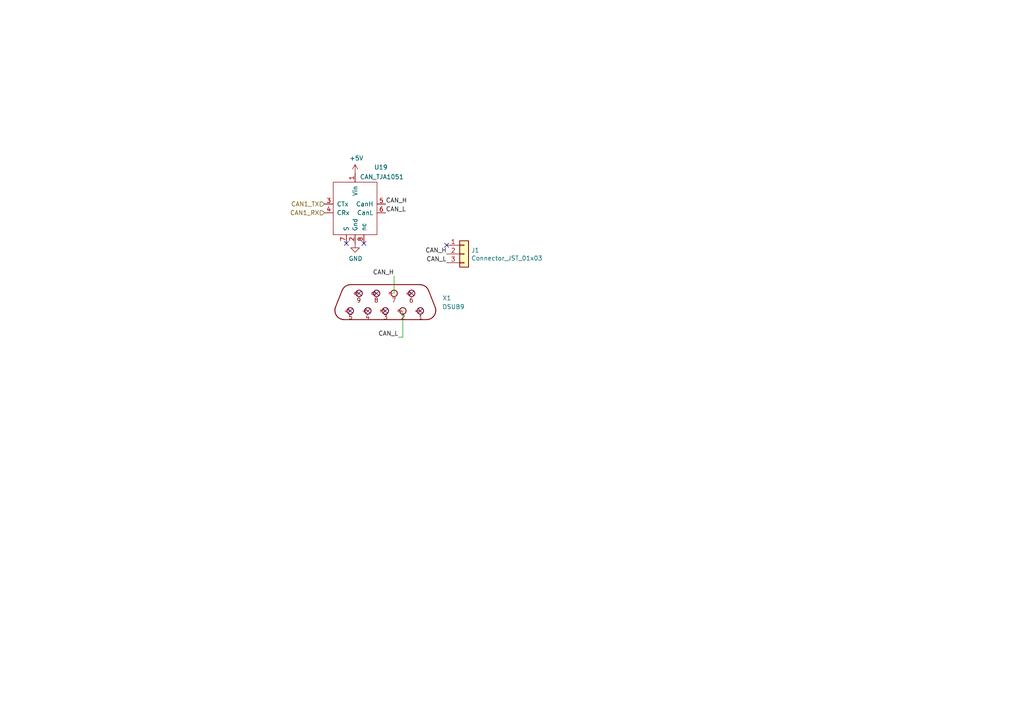
<source format=kicad_sch>
(kicad_sch (version 20231120) (generator "eeschema") (generator_version "8.0")
  (paper "A4")
  (lib_symbols
    (symbol "BC_Connectors:Connector_JST_01x03" (pin_names (offset 1.016) hide)
      (property "Reference" "J" (at 0 5.08 0))
      (property "Value" "Connector_JST_01x03" (at 0 -5.08 0))
      (symbol "Connector_JST_01x03_1_1"
        (rectangle (start -1.27 -2.413) (end 0 -2.667) (stroke (width 0.1524)))
        (rectangle (start -1.27 0.127) (end 0 -0.127) (stroke (width 0.1524)))
        (rectangle (start -1.27 2.667) (end 0 2.413) (stroke (width 0.1524)))
        (rectangle (start -1.27 3.81) (end 1.27 -3.81) (stroke (width 0.254)) (fill (type background)))
        (pin passive line (at -5.08 2.54 0) (length 3.81) (name "Pin_1") (number "1"))
        (pin passive line (at -5.08 0 0) (length 3.81) (name "Pin_2") (number "2"))
        (pin passive line (at -5.08 -2.54 0) (length 3.81) (name "Pin_3") (number "3"))
      )
    )
    (symbol "BC_Connectors:DSUB9" (pin_names (offset 1.016))
      (property "Reference" "X" (at 16.51 0 0))
      (property "Value" "DSUB9" (at -3.81 7.62 0))
      (symbol "DSUB9_0_0"
        (circle (center -10.16 -2.54) (radius 0.9398) (stroke (width 0.254)))
        (circle (center -7.62 2.54) (radius 0.9398) (stroke (width 0.254)))
        (circle (center -5.08 -2.54) (radius 0.9398) (stroke (width 0.254)))
        (circle (center -2.54 2.54) (radius 0.9398) (stroke (width 0.254)))
        (circle (center 0 -2.54) (radius 0.9398) (stroke (width 0.254)))
        (polyline (pts (xy -14.6304 -2.5146) (xy -14.5796 -2.8194)) (stroke (width 0.254)))
        (polyline (pts (xy -14.6304 -2.286) (xy -14.6304 -2.5146)) (stroke (width 0.254)))
        (polyline (pts (xy -14.605 -2.032) (xy -14.6304 -2.286)) (stroke (width 0.254)))
        (polyline (pts (xy -14.5796 -2.8194) (xy -14.5288 -3.0988)) (stroke (width 0.254)))
        (polyline (pts (xy -14.5542 -1.7526) (xy -14.605 -2.032)) (stroke (width 0.254)))
        (polyline (pts (xy -14.5288 -3.0988) (xy -14.4018 -3.4798)) (stroke (width 0.254)))
        (polyline (pts (xy -14.478 -1.524) (xy -14.5542 -1.7526)) (stroke (width 0.254)))
        (polyline (pts (xy -14.478 -1.524) (xy -12.573 3.302)) (stroke (width 0.254)))
        (polyline (pts (xy -14.4018 -3.4798) (xy -14.1986 -3.8354)) (stroke (width 0.254)))
        (polyline (pts (xy -14.1986 -3.8354) (xy -13.97 -4.1656)) (stroke (width 0.254)))
        (polyline (pts (xy -13.97 -4.1656) (xy -13.6398 -4.4958)) (stroke (width 0.254)))
        (polyline (pts (xy -13.6398 -4.4958) (xy -13.2334 -4.7498)) (stroke (width 0.254)))
        (polyline (pts (xy -13.2334 -4.7498) (xy -12.9032 -4.9022)) (stroke (width 0.254)))
        (polyline (pts (xy -12.9032 -4.9022) (xy -12.573 -5.0038)) (stroke (width 0.254)))
        (polyline (pts (xy -12.573 -5.0038) (xy -12.2682 -5.0546)) (stroke (width 0.254)))
        (polyline (pts (xy -12.446 3.5814) (xy -12.573 3.302)) (stroke (width 0.254)))
        (polyline (pts (xy -12.2682 -5.0546) (xy -12.065 -5.08)) (stroke (width 0.254)))
        (polyline (pts (xy -12.2428 3.9116) (xy -12.446 3.5814)) (stroke (width 0.254)))
        (polyline (pts (xy -11.9634 4.2926) (xy -12.2428 3.9116)) (stroke (width 0.254)))
        (polyline (pts (xy -11.5824 4.5974) (xy -11.9634 4.2926)) (stroke (width 0.254)))
        (polyline (pts (xy -11.0998 4.8514) (xy -11.5824 4.5974)) (stroke (width 0.254)))
        (polyline (pts (xy -10.6426 5.0038) (xy -11.0998 4.8514)) (stroke (width 0.254)))
        (polyline (pts (xy -10.2616 5.0546) (xy -10.6426 5.0038)) (stroke (width 0.254)))
        (polyline (pts (xy -9.779 5.08) (xy -10.2616 5.0546)) (stroke (width 0.254)))
        (polyline (pts (xy -9.779 5.08) (xy 9.779 5.08)) (stroke (width 0.254)))
        (polyline (pts (xy 9.779 5.08) (xy 10.2616 5.0546)) (stroke (width 0.254)))
        (polyline (pts (xy 10.2616 5.0546) (xy 10.6426 5.0038)) (stroke (width 0.254)))
        (polyline (pts (xy 10.6426 5.0038) (xy 11.0998 4.8514)) (stroke (width 0.254)))
        (polyline (pts (xy 11.0998 4.8514) (xy 11.5824 4.5974)) (stroke (width 0.254)))
        (polyline (pts (xy 11.5824 4.5974) (xy 11.9634 4.2926)) (stroke (width 0.254)))
        (polyline (pts (xy 11.938 -5.08) (xy -12.065 -5.08)) (stroke (width 0.254)))
        (polyline (pts (xy 11.9634 4.2926) (xy 12.2428 3.9116)) (stroke (width 0.254)))
        (polyline (pts (xy 12.2428 3.9116) (xy 12.446 3.5814)) (stroke (width 0.254)))
        (polyline (pts (xy 12.2682 -5.0546) (xy 11.938 -5.08)) (stroke (width 0.254)))
        (polyline (pts (xy 12.446 3.5814) (xy 12.573 3.302)) (stroke (width 0.254)))
        (polyline (pts (xy 12.573 -5.0038) (xy 12.2682 -5.0546)) (stroke (width 0.254)))
        (polyline (pts (xy 12.9032 -4.9022) (xy 12.573 -5.0038)) (stroke (width 0.254)))
        (polyline (pts (xy 13.2334 -4.7498) (xy 12.9032 -4.9022)) (stroke (width 0.254)))
        (polyline (pts (xy 13.6398 -4.4958) (xy 13.2334 -4.7498)) (stroke (width 0.254)))
        (polyline (pts (xy 13.97 -4.1656) (xy 13.6398 -4.4958)) (stroke (width 0.254)))
        (polyline (pts (xy 14.1986 -3.8354) (xy 13.97 -4.1656)) (stroke (width 0.254)))
        (polyline (pts (xy 14.4018 -3.4798) (xy 14.1986 -3.8354)) (stroke (width 0.254)))
        (polyline (pts (xy 14.478 -1.524) (xy 12.573 3.302)) (stroke (width 0.254)))
        (polyline (pts (xy 14.478 -1.524) (xy 14.5542 -1.7526)) (stroke (width 0.254)))
        (polyline (pts (xy 14.5288 -3.0988) (xy 14.4018 -3.4798)) (stroke (width 0.254)))
        (polyline (pts (xy 14.5542 -1.7526) (xy 14.605 -2.032)) (stroke (width 0.254)))
        (polyline (pts (xy 14.5796 -2.8194) (xy 14.5288 -3.0988)) (stroke (width 0.254)))
        (polyline (pts (xy 14.605 -2.032) (xy 14.6304 -2.286)) (stroke (width 0.254)))
        (polyline (pts (xy 14.6304 -2.5146) (xy 14.5796 -2.8194)) (stroke (width 0.254)))
        (polyline (pts (xy 14.6304 -2.286) (xy 14.6304 -2.5146)) (stroke (width 0.254)))
        (circle (center 2.54 2.54) (radius 0.9398) (stroke (width 0.254)))
        (circle (center 5.08 -2.54) (radius 0.9398) (stroke (width 0.254)))
        (circle (center 7.62 2.54) (radius 0.9398) (stroke (width 0.254)))
        (circle (center 10.16 -2.54) (radius 0.9398) (stroke (width 0.254)))
        (text "1" (at 10.9889 -3.6375 0) (effects (font (size 1.2719 1.2719)) (justify right top)))
        (text "2" (at 5.8184 -3.6079 0) (effects (font (size 1.2704 1.2704)) (justify right top)))
        (text "3" (at 0.7882 -3.6358 0) (effects (font (size 1.2713 1.2713)) (justify right top)))
        (text "4" (at -4.4274 -3.6386 0) (effects (font (size 1.2722 1.2722)) (justify right top)))
        (text "5" (at -9.3877 -3.6126 0) (effects (font (size 1.272 1.272)) (justify right top)))
        (text "6" (at 8.2623 1.2711 0) (effects (font (size 1.2711 1.2711)) (justify right top)))
        (text "7" (at 3.1798 1.2719 0) (effects (font (size 1.2719 1.2719)) (justify right top)))
        (text "8" (at -1.9084 1.2723 0) (effects (font (size 1.2723 1.2723)) (justify right top)))
        (text "9" (at -6.9933 1.2715 0) (effects (font (size 1.2715 1.2715)) (justify right top)))
        (pin passive line (at 10.16 -2.54 270) (length 0) (name "~") (number "1"))
        (pin passive line (at 5.08 -2.54 270) (length 0) (name "~") (number "2"))
        (pin passive line (at 0 -2.54 270) (length 0) (name "~") (number "3"))
        (pin passive line (at -5.08 -2.54 270) (length 0) (name "~") (number "4"))
        (pin passive line (at -10.16 -2.54 270) (length 0) (name "~") (number "5"))
        (pin passive line (at 7.62 2.54 270) (length 0) (name "~") (number "6"))
        (pin passive line (at 2.54 2.54 270) (length 0) (name "~") (number "7"))
        (pin passive line (at -2.54 2.54 270) (length 0) (name "~") (number "8"))
        (pin passive line (at -7.62 2.54 270) (length 0) (name "~") (number "9"))
      )
    )
    (symbol "BC_IC_components:CAN_TJA1051" (pin_names (offset 1.016))
      (property "Reference" "U" (at -5.08 8.89 0))
      (property "Value" "CAN_TJA1051" (at 0 -15.24 0))
      (symbol "CAN_TJA1051_0_1"
        (rectangle (start -6.35 7.62) (end 6.35 -7.62))
      )
      (symbol "CAN_TJA1051_1_1"
        (pin input line (at 0 10.16 270) (length 2.54) (name "Vin") (number "1"))
        (pin input line (at 0 -10.16 90) (length 2.54) (name "Gnd") (number "2"))
        (pin input line (at -8.89 1.27 0) (length 2.54) (name "CTx") (number "3"))
        (pin input line (at -8.89 -1.27 0) (length 2.54) (name "CRx") (number "4"))
        (pin input line (at 8.89 1.27 180) (length 2.54) (name "CanH") (number "5"))
        (pin input line (at 8.89 -1.27 180) (length 2.54) (name "CanL") (number "6"))
        (pin input line (at -2.54 -10.16 90) (length 2.54) (name "S") (number "7"))
        (pin input line (at 2.54 -10.16 90) (length 2.54) (name "nc") (number "8"))
      )
    )
    (symbol "power:+5V" (power) (pin_names (offset 0))
      (property "Value" "+5V" (at 0 3.556 0))
      (symbol "+5V_0_1"
        (polyline (pts (xy -0.762 1.27) (xy 0 2.54)))
        (polyline (pts (xy 0 0) (xy 0 2.54)))
        (polyline (pts (xy 0 2.54) (xy 0.762 1.27)))
      )
      (symbol "+5V_1_1"
        (pin power_in line (at 0 0 90) (length 0) hide (name "+5V") (number "1"))
      )
    )
    (symbol "power:GND" (power) (pin_names (offset 0))
      (property "Value" "GND" (at 0 -3.81 0))
      (symbol "GND_0_1"
        (polyline (pts (xy 0 0) (xy 0 -1.27) (xy 1.27 -1.27) (xy 0 -2.54) (xy -1.27 -1.27) (xy 0 -1.27)))
      )
      (symbol "GND_1_1"
        (pin power_in line (at 0 0 270) (length 0) hide (name "GND") (number "1"))
      )
    )
  )
  (no_connect (at 100.457 70.612))
  (no_connect (at 109.22 85.09))
  (no_connect (at 104.14 85.09))
  (no_connect (at 119.38 85.09))
  (no_connect (at 106.68 90.17))
  (no_connect (at 121.92 90.17))
  (no_connect (at 101.6 90.17))
  (no_connect (at 111.76 90.17))
  (no_connect (at 105.537 70.612))
  (no_connect (at 129.54 71.12))
  (wire (pts (xy 116.84 90.17) (xy 116.84 97.79)))
  (wire (pts (xy 114.3 80.01) (xy 114.3 85.09)))
  (wire (pts (xy 116.84 97.79) (xy 115.57 97.79)))
  (label "CAN_H" (at 111.887 59.182 0))
  (label "CAN_L" (at 111.887 61.722 0))
  (label "CAN_H" (at 114.3 80.01 180))
  (label "CAN_L" (at 115.57 97.79 180))
  (label "CAN_H" (at 129.54 73.66 180))
  (label "CAN_L" (at 129.54 76.2 180))
  (hierarchical_label "CAN1_TX" (shape input) (at 94.107 59.182 180))
  (hierarchical_label "CAN1_RX" (shape input) (at 94.107 61.722 180))
  (symbol (lib_id "BC_IC_components:CAN_TJA1051") (at 102.997 60.452 0) (unit 1)
    (property "Reference" "U19" (at 110.49 48.514 0))
    (property "Value" "CAN_TJA1051" (at 110.744 51.308 0))
    (property "Footprint" "BC_IC_components:CAN_TJA1051" (effects (hide yes)))
  )
  (symbol (lib_id "power:GND") (at 102.997 70.612 0) (unit 1)
    (property "Reference" "#PWR019" (effects (hide yes)))
    (property "Value" "GND" (at 103.124 75.0062 0))
  )
  (symbol (lib_id "power:+5V") (at 102.997 50.292 0) (unit 1)
    (property "Reference" "#PWR018" (effects (hide yes)))
    (property "Value" "+5V" (at 103.378 45.8978 0))
  )
  (symbol (lib_id "BC_Connectors:Connector_JST_01x03") (at 134.62 73.66 0) (unit 1)
    (property "Reference" "J1" (at 136.652 72.5932 0) (effects (justify left)))
    (property "Value" "Connector_JST_01x03" (at 136.652 74.9046 0) (effects (justify left)))
    (property "Footprint" "Connector_JST:JST_XH_S3B-XH-A-1_1x03_P2.50mm_Horizontal" (effects (hide yes)))
  )
  (symbol (lib_id "BC_Connectors:DSUB9") (at 111.76 87.63 0) (unit 1)
    (property "Reference" "X1" (at 128.27 86.4503 0) (effects (justify left)))
    (property "Value" "DSUB9" (at 128.27 88.9903 0) (effects (justify left)))
    (property "Footprint" "Connector_Dsub:DSUB-9_Female_Horizontal_P2.77x2.84mm_EdgePinOffset7.70mm_Housed_MountingHolesOffset9.12mm" (effects (hide yes)))
    (property "Description" "  \nAdapter Connector D-Sub, 9 Pin Female To D-Sub, 9 Pin Female Free Hanging (In-Line)\n" (effects (hide yes)))
    (property "MF" " " (effects (hide yes)))
    (property "Package" " " (effects (hide yes)))
    (property "Price" "  " (effects (hide yes)))
    (property "SnapEDA_Link" " " (effects (hide yes)))
    (property "MP" " " (effects (hide yes)))
    (property "Availability" " " (effects (hide yes)))
    (property "Check_prices" " " (effects (hide yes)))
  )
)
</source>
